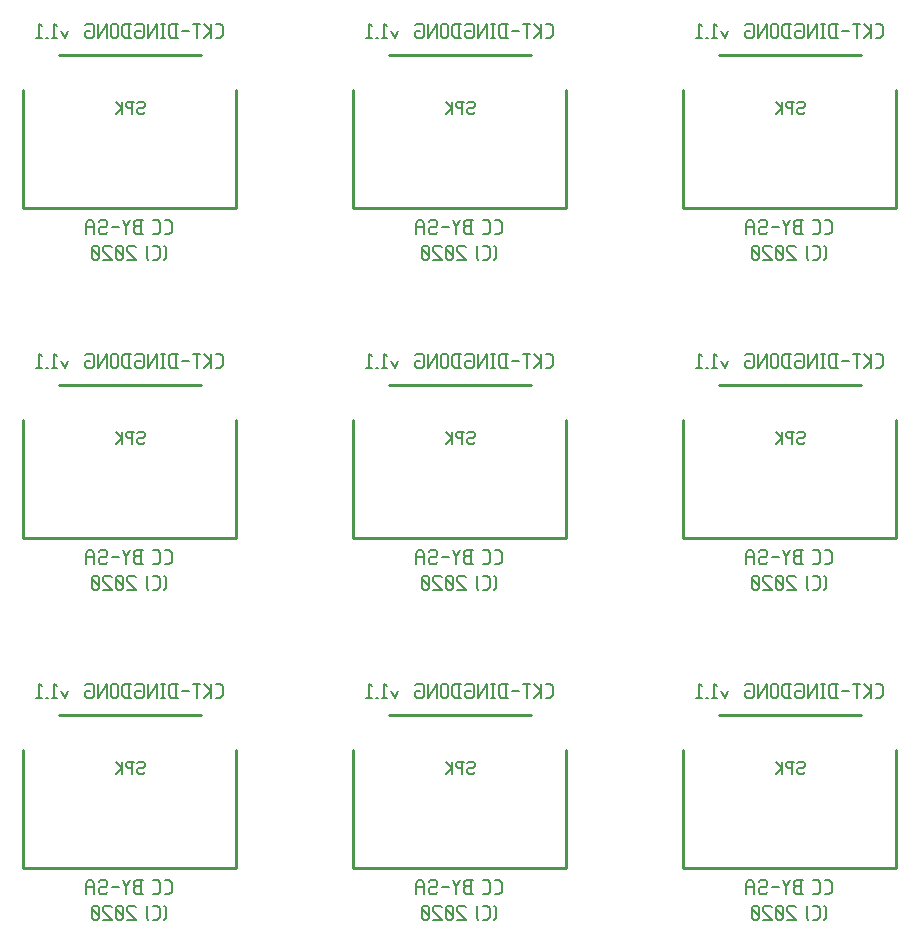
<source format=gbr>
G04 start of page 10 for group -4078 idx -4078 *
G04 Title: (unknown), bottomsilk *
G04 Creator: pcb 4.0.2 *
G04 CreationDate: Sun May 15 03:11:06 2022 UTC *
G04 For: railfan *
G04 Format: Gerber/RS-274X *
G04 PCB-Dimensions (mil): 4000.00 4000.00 *
G04 PCB-Coordinate-Origin: lower left *
%MOIN*%
%FSLAX25Y25*%
%LNBOTTOMSILK*%
%ADD41C,0.0100*%
%ADD40C,0.0060*%
G54D40*X101617Y175807D02*X103138D01*
X103957Y176626D02*X103138Y175807D01*
X103957Y176626D02*Y179668D01*
X103138Y180487D01*
X101617D02*X103138D01*
X97873Y175807D02*X99394D01*
X100213Y176626D02*X99394Y175807D01*
X100213Y176626D02*Y179668D01*
X99394Y180487D01*
X97873D02*X99394D01*
X92023Y175807D02*X94363D01*
X92023D02*X91438Y176392D01*
Y177796D01*
X92023Y178381D02*X91438Y177796D01*
X92023Y178381D02*X93778D01*
Y175807D02*Y180487D01*
X92023D02*X94363D01*
X92023D02*X91438Y179902D01*
Y178966D02*Y179902D01*
X92023Y178381D02*X91438Y178966D01*
X90034Y180487D02*X88864Y178147D01*
X87694Y180487D01*
X88864Y175807D02*Y178147D01*
X83950D02*X86290D01*
X80206Y180487D02*X79621Y179902D01*
X80206Y180487D02*X81961D01*
X82546Y179902D02*X81961Y180487D01*
X82546Y178732D02*Y179902D01*
Y178732D02*X81961Y178147D01*
X80206D02*X81961D01*
X80206D02*X79621Y177562D01*
Y176392D02*Y177562D01*
X80206Y175807D02*X79621Y176392D01*
X80206Y175807D02*X81961D01*
X82546Y176392D02*X81961Y175807D01*
X78217D02*Y179317D01*
X77398Y180487D01*
X76111D02*X77398D01*
X76111D02*X75292Y179317D01*
Y175807D02*Y179317D01*
Y178147D02*X78217D01*
X211617Y175807D02*X213138D01*
X213957Y176626D02*X213138Y175807D01*
X213957Y176626D02*Y179668D01*
X213138Y180487D01*
X211617D02*X213138D01*
X207873Y175807D02*X209394D01*
X210213Y176626D02*X209394Y175807D01*
X210213Y176626D02*Y179668D01*
X209394Y180487D01*
X207873D02*X209394D01*
X202023Y175807D02*X204363D01*
X202023D02*X201438Y176392D01*
Y177796D01*
X202023Y178381D02*X201438Y177796D01*
X202023Y178381D02*X203778D01*
Y175807D02*Y180487D01*
X202023D02*X204363D01*
X202023D02*X201438Y179902D01*
Y178966D02*Y179902D01*
X202023Y178381D02*X201438Y178966D01*
X200034Y180487D02*X198864Y178147D01*
X197694Y180487D01*
X198864Y175807D02*Y178147D01*
X193950D02*X196290D01*
X190206Y180487D02*X189621Y179902D01*
X190206Y180487D02*X191961D01*
X192546Y179902D02*X191961Y180487D01*
X192546Y178732D02*Y179902D01*
Y178732D02*X191961Y178147D01*
X190206D02*X191961D01*
X190206D02*X189621Y177562D01*
Y176392D02*Y177562D01*
X190206Y175807D02*X189621Y176392D01*
X190206Y175807D02*X191961D01*
X192546Y176392D02*X191961Y175807D01*
X188217D02*Y179317D01*
X187398Y180487D01*
X186111D02*X187398D01*
X186111D02*X185292Y179317D01*
Y175807D02*Y179317D01*
Y178147D02*X188217D01*
X321617Y175807D02*X323138D01*
X323957Y176626D02*X323138Y175807D01*
X323957Y176626D02*Y179668D01*
X323138Y180487D01*
X321617D02*X323138D01*
X317873Y175807D02*X319394D01*
X320213Y176626D02*X319394Y175807D01*
X320213Y176626D02*Y179668D01*
X319394Y180487D01*
X317873D02*X319394D01*
X312023Y175807D02*X314363D01*
X312023D02*X311438Y176392D01*
Y177796D01*
X312023Y178381D02*X311438Y177796D01*
X312023Y178381D02*X313778D01*
Y175807D02*Y180487D01*
X312023D02*X314363D01*
X312023D02*X311438Y179902D01*
Y178966D02*Y179902D01*
X312023Y178381D02*X311438Y178966D01*
X310034Y180487D02*X308864Y178147D01*
X307694Y180487D01*
X308864Y175807D02*Y178147D01*
X303950D02*X306290D01*
X300206Y180487D02*X299621Y179902D01*
X300206Y180487D02*X301961D01*
X302546Y179902D02*X301961Y180487D01*
X302546Y178732D02*Y179902D01*
Y178732D02*X301961Y178147D01*
X300206D02*X301961D01*
X300206D02*X299621Y177562D01*
Y176392D02*Y177562D01*
X300206Y175807D02*X299621Y176392D01*
X300206Y175807D02*X301961D01*
X302546Y176392D02*X301961Y175807D01*
X298217D02*Y179317D01*
X297398Y180487D01*
X296111D02*X297398D01*
X296111D02*X295292Y179317D01*
Y175807D02*Y179317D01*
Y178147D02*X298217D01*
X102000Y167892D02*X101415Y167307D01*
X102000Y171402D02*X101415Y171987D01*
X102000Y167892D02*Y171402D01*
X97671Y167307D02*X99192D01*
X100011Y168126D02*X99192Y167307D01*
X100011Y168126D02*Y171168D01*
X99192Y171987D01*
X97671D02*X99192D01*
X96267D02*X95682Y171402D01*
Y167892D02*Y171402D01*
X96267Y167307D02*X95682Y167892D01*
X92172Y171402D02*X91587Y171987D01*
X89832D02*X91587D01*
X89832D02*X89247Y171402D01*
Y170232D02*Y171402D01*
X92172Y167307D02*X89247Y170232D01*
Y167307D02*X92172D01*
X87843Y167892D02*X87258Y167307D01*
X87843Y167892D02*Y171402D01*
X87258Y171987D01*
X86088D02*X87258D01*
X86088D02*X85503Y171402D01*
Y167892D02*Y171402D01*
X86088Y167307D02*X85503Y167892D01*
X86088Y167307D02*X87258D01*
X87843Y168477D02*X85503Y170817D01*
X84099Y171402D02*X83514Y171987D01*
X81759D02*X83514D01*
X81759D02*X81174Y171402D01*
Y170232D02*Y171402D01*
X84099Y167307D02*X81174Y170232D01*
Y167307D02*X84099D01*
X79770Y167892D02*X79185Y167307D01*
X79770Y167892D02*Y171402D01*
X79185Y171987D01*
X78015D02*X79185D01*
X78015D02*X77430Y171402D01*
Y167892D02*Y171402D01*
X78015Y167307D02*X77430Y167892D01*
X78015Y167307D02*X79185D01*
X79770Y168477D02*X77430Y170817D01*
X212000Y167892D02*X211415Y167307D01*
X212000Y171402D02*X211415Y171987D01*
X212000Y167892D02*Y171402D01*
X207671Y167307D02*X209192D01*
X210011Y168126D02*X209192Y167307D01*
X210011Y168126D02*Y171168D01*
X209192Y171987D01*
X207671D02*X209192D01*
X206267D02*X205682Y171402D01*
Y167892D02*Y171402D01*
X206267Y167307D02*X205682Y167892D01*
X202172Y171402D02*X201587Y171987D01*
X199832D02*X201587D01*
X199832D02*X199247Y171402D01*
Y170232D02*Y171402D01*
X202172Y167307D02*X199247Y170232D01*
Y167307D02*X202172D01*
X197843Y167892D02*X197258Y167307D01*
X197843Y167892D02*Y171402D01*
X197258Y171987D01*
X196088D02*X197258D01*
X196088D02*X195503Y171402D01*
Y167892D02*Y171402D01*
X196088Y167307D02*X195503Y167892D01*
X196088Y167307D02*X197258D01*
X197843Y168477D02*X195503Y170817D01*
X194099Y171402D02*X193514Y171987D01*
X191759D02*X193514D01*
X191759D02*X191174Y171402D01*
Y170232D02*Y171402D01*
X194099Y167307D02*X191174Y170232D01*
Y167307D02*X194099D01*
X189770Y167892D02*X189185Y167307D01*
X189770Y167892D02*Y171402D01*
X189185Y171987D01*
X188015D02*X189185D01*
X188015D02*X187430Y171402D01*
Y167892D02*Y171402D01*
X188015Y167307D02*X187430Y167892D01*
X188015Y167307D02*X189185D01*
X189770Y168477D02*X187430Y170817D01*
X228660Y131307D02*X230181D01*
X231000Y132126D02*X230181Y131307D01*
X231000Y132126D02*Y135168D01*
X230181Y135987D01*
X228660D02*X230181D01*
X227256Y131307D02*Y135987D01*
Y133647D02*X224916Y135987D01*
X227256Y133647D02*X224916Y131307D01*
X221172Y135987D02*X223512D01*
X222342Y131307D02*Y135987D01*
X217428Y133647D02*X219768D01*
X215439Y131307D02*Y135987D01*
X213918D02*X213099Y135168D01*
Y132126D02*Y135168D01*
X213918Y131307D02*X213099Y132126D01*
X213918Y131307D02*X216024D01*
X213918Y135987D02*X216024D01*
X210525D02*X211695D01*
X211110Y131307D02*Y135987D01*
X210525Y131307D02*X211695D01*
X209121D02*Y135987D01*
X206196Y131307D01*
Y135987D01*
X202452D02*X201867Y135402D01*
X202452Y135987D02*X204207D01*
X204792Y135402D02*X204207Y135987D01*
X204792Y131892D02*Y135402D01*
Y131892D02*X204207Y131307D01*
X202452D02*X204207D01*
X202452D02*X201867Y131892D01*
Y133062D01*
X202452Y133647D02*X201867Y133062D01*
X202452Y133647D02*X203622D01*
X199878Y131307D02*Y135987D01*
X198357D02*X197538Y135168D01*
Y132126D02*Y135168D01*
X198357Y131307D02*X197538Y132126D01*
X198357Y131307D02*X200463D01*
X198357Y135987D02*X200463D01*
X196134Y131892D02*Y135402D01*
X195549Y135987D01*
X194379D02*X195549D01*
X194379D02*X193794Y135402D01*
Y131892D02*Y135402D01*
X194379Y131307D02*X193794Y131892D01*
X194379Y131307D02*X195549D01*
X196134Y131892D02*X195549Y131307D01*
X192390D02*Y135987D01*
X189465Y131307D01*
Y135987D01*
X185721D02*X185136Y135402D01*
X185721Y135987D02*X187476D01*
X188061Y135402D02*X187476Y135987D01*
X188061Y131892D02*Y135402D01*
Y131892D02*X187476Y131307D01*
X185721D02*X187476D01*
X185721D02*X185136Y131892D01*
Y133062D01*
X185721Y133647D02*X185136Y133062D01*
X185721Y133647D02*X186891D01*
X179520D02*X178350Y131307D01*
X177180Y133647D02*X178350Y131307D01*
X175776Y135051D02*X174840Y135987D01*
Y131307D02*Y135987D01*
X174021Y131307D02*X175776D01*
X172032D02*X172617D01*
X170628Y135051D02*X169692Y135987D01*
Y131307D02*Y135987D01*
X168873Y131307D02*X170628D01*
X211617Y65807D02*X213138D01*
X213957Y66626D02*X213138Y65807D01*
X213957Y66626D02*Y69668D01*
X213138Y70487D01*
X211617D02*X213138D01*
X207873Y65807D02*X209394D01*
X210213Y66626D02*X209394Y65807D01*
X210213Y66626D02*Y69668D01*
X209394Y70487D01*
X207873D02*X209394D01*
X202023Y65807D02*X204363D01*
X202023D02*X201438Y66392D01*
Y67796D01*
X202023Y68381D02*X201438Y67796D01*
X202023Y68381D02*X203778D01*
Y65807D02*Y70487D01*
X202023D02*X204363D01*
X202023D02*X201438Y69902D01*
Y68966D02*Y69902D01*
X202023Y68381D02*X201438Y68966D01*
X200034Y70487D02*X198864Y68147D01*
X197694Y70487D01*
X198864Y65807D02*Y68147D01*
X193950D02*X196290D01*
X190206Y70487D02*X189621Y69902D01*
X190206Y70487D02*X191961D01*
X192546Y69902D02*X191961Y70487D01*
X192546Y68732D02*Y69902D01*
Y68732D02*X191961Y68147D01*
X190206D02*X191961D01*
X190206D02*X189621Y67562D01*
Y66392D02*Y67562D01*
X190206Y65807D02*X189621Y66392D01*
X190206Y65807D02*X191961D01*
X192546Y66392D02*X191961Y65807D01*
X188217D02*Y69317D01*
X187398Y70487D01*
X186111D02*X187398D01*
X186111D02*X185292Y69317D01*
Y65807D02*Y69317D01*
Y68147D02*X188217D01*
X322000Y167892D02*X321415Y167307D01*
X322000Y171402D02*X321415Y171987D01*
X322000Y167892D02*Y171402D01*
X317671Y167307D02*X319192D01*
X320011Y168126D02*X319192Y167307D01*
X320011Y168126D02*Y171168D01*
X319192Y171987D01*
X317671D02*X319192D01*
X316267D02*X315682Y171402D01*
Y167892D02*Y171402D01*
X316267Y167307D02*X315682Y167892D01*
X312172Y171402D02*X311587Y171987D01*
X309832D02*X311587D01*
X309832D02*X309247Y171402D01*
Y170232D02*Y171402D01*
X312172Y167307D02*X309247Y170232D01*
Y167307D02*X312172D01*
X307843Y167892D02*X307258Y167307D01*
X307843Y167892D02*Y171402D01*
X307258Y171987D01*
X306088D02*X307258D01*
X306088D02*X305503Y171402D01*
Y167892D02*Y171402D01*
X306088Y167307D02*X305503Y167892D01*
X306088Y167307D02*X307258D01*
X307843Y168477D02*X305503Y170817D01*
X304099Y171402D02*X303514Y171987D01*
X301759D02*X303514D01*
X301759D02*X301174Y171402D01*
Y170232D02*Y171402D01*
X304099Y167307D02*X301174Y170232D01*
Y167307D02*X304099D01*
X299770Y167892D02*X299185Y167307D01*
X299770Y167892D02*Y171402D01*
X299185Y171987D01*
X298015D02*X299185D01*
X298015D02*X297430Y171402D01*
Y167892D02*Y171402D01*
X298015Y167307D02*X297430Y167892D01*
X298015Y167307D02*X299185D01*
X299770Y168477D02*X297430Y170817D01*
X338660Y131307D02*X340181D01*
X341000Y132126D02*X340181Y131307D01*
X341000Y132126D02*Y135168D01*
X340181Y135987D01*
X338660D02*X340181D01*
X337256Y131307D02*Y135987D01*
Y133647D02*X334916Y135987D01*
X337256Y133647D02*X334916Y131307D01*
X331172Y135987D02*X333512D01*
X332342Y131307D02*Y135987D01*
X327428Y133647D02*X329768D01*
X325439Y131307D02*Y135987D01*
X323918D02*X323099Y135168D01*
Y132126D02*Y135168D01*
X323918Y131307D02*X323099Y132126D01*
X323918Y131307D02*X326024D01*
X323918Y135987D02*X326024D01*
X320525D02*X321695D01*
X321110Y131307D02*Y135987D01*
X320525Y131307D02*X321695D01*
X319121D02*Y135987D01*
X316196Y131307D01*
Y135987D01*
X312452D02*X311867Y135402D01*
X312452Y135987D02*X314207D01*
X314792Y135402D02*X314207Y135987D01*
X314792Y131892D02*Y135402D01*
Y131892D02*X314207Y131307D01*
X312452D02*X314207D01*
X312452D02*X311867Y131892D01*
Y133062D01*
X312452Y133647D02*X311867Y133062D01*
X312452Y133647D02*X313622D01*
X309878Y131307D02*Y135987D01*
X308357D02*X307538Y135168D01*
Y132126D02*Y135168D01*
X308357Y131307D02*X307538Y132126D01*
X308357Y131307D02*X310463D01*
X308357Y135987D02*X310463D01*
X306134Y131892D02*Y135402D01*
X305549Y135987D01*
X304379D02*X305549D01*
X304379D02*X303794Y135402D01*
Y131892D02*Y135402D01*
X304379Y131307D02*X303794Y131892D01*
X304379Y131307D02*X305549D01*
X306134Y131892D02*X305549Y131307D01*
X302390D02*Y135987D01*
X299465Y131307D01*
Y135987D01*
X295721D02*X295136Y135402D01*
X295721Y135987D02*X297476D01*
X298061Y135402D02*X297476Y135987D01*
X298061Y131892D02*Y135402D01*
Y131892D02*X297476Y131307D01*
X295721D02*X297476D01*
X295721D02*X295136Y131892D01*
Y133062D01*
X295721Y133647D02*X295136Y133062D01*
X295721Y133647D02*X296891D01*
X289520D02*X288350Y131307D01*
X287180Y133647D02*X288350Y131307D01*
X285776Y135051D02*X284840Y135987D01*
Y131307D02*Y135987D01*
X284021Y131307D02*X285776D01*
X282032D02*X282617D01*
X280628Y135051D02*X279692Y135987D01*
Y131307D02*Y135987D01*
X278873Y131307D02*X280628D01*
X321617Y65807D02*X323138D01*
X323957Y66626D02*X323138Y65807D01*
X323957Y66626D02*Y69668D01*
X323138Y70487D01*
X321617D02*X323138D01*
X317873Y65807D02*X319394D01*
X320213Y66626D02*X319394Y65807D01*
X320213Y66626D02*Y69668D01*
X319394Y70487D01*
X317873D02*X319394D01*
X312023Y65807D02*X314363D01*
X312023D02*X311438Y66392D01*
Y67796D01*
X312023Y68381D02*X311438Y67796D01*
X312023Y68381D02*X313778D01*
Y65807D02*Y70487D01*
X312023D02*X314363D01*
X312023D02*X311438Y69902D01*
Y68966D02*Y69902D01*
X312023Y68381D02*X311438Y68966D01*
X310034Y70487D02*X308864Y68147D01*
X307694Y70487D01*
X308864Y65807D02*Y68147D01*
X303950D02*X306290D01*
X300206Y70487D02*X299621Y69902D01*
X300206Y70487D02*X301961D01*
X302546Y69902D02*X301961Y70487D01*
X302546Y68732D02*Y69902D01*
Y68732D02*X301961Y68147D01*
X300206D02*X301961D01*
X300206D02*X299621Y67562D01*
Y66392D02*Y67562D01*
X300206Y65807D02*X299621Y66392D01*
X300206Y65807D02*X301961D01*
X302546Y66392D02*X301961Y65807D01*
X298217D02*Y69317D01*
X297398Y70487D01*
X296111D02*X297398D01*
X296111D02*X295292Y69317D01*
Y65807D02*Y69317D01*
Y68147D02*X298217D01*
X322000Y57892D02*X321415Y57307D01*
X322000Y61402D02*X321415Y61987D01*
X322000Y57892D02*Y61402D01*
X317671Y57307D02*X319192D01*
X320011Y58126D02*X319192Y57307D01*
X320011Y58126D02*Y61168D01*
X319192Y61987D01*
X317671D02*X319192D01*
X316267D02*X315682Y61402D01*
Y57892D02*Y61402D01*
X316267Y57307D02*X315682Y57892D01*
X312172Y61402D02*X311587Y61987D01*
X309832D02*X311587D01*
X309832D02*X309247Y61402D01*
Y60232D02*Y61402D01*
X312172Y57307D02*X309247Y60232D01*
Y57307D02*X312172D01*
X307843Y57892D02*X307258Y57307D01*
X307843Y57892D02*Y61402D01*
X307258Y61987D01*
X306088D02*X307258D01*
X306088D02*X305503Y61402D01*
Y57892D02*Y61402D01*
X306088Y57307D02*X305503Y57892D01*
X306088Y57307D02*X307258D01*
X307843Y58477D02*X305503Y60817D01*
X304099Y61402D02*X303514Y61987D01*
X301759D02*X303514D01*
X301759D02*X301174Y61402D01*
Y60232D02*Y61402D01*
X304099Y57307D02*X301174Y60232D01*
Y57307D02*X304099D01*
X299770Y57892D02*X299185Y57307D01*
X299770Y57892D02*Y61402D01*
X299185Y61987D01*
X298015D02*X299185D01*
X298015D02*X297430Y61402D01*
Y57892D02*Y61402D01*
X298015Y57307D02*X297430Y57892D01*
X298015Y57307D02*X299185D01*
X299770Y58477D02*X297430Y60817D01*
X212000Y57892D02*X211415Y57307D01*
X212000Y61402D02*X211415Y61987D01*
X212000Y57892D02*Y61402D01*
X207671Y57307D02*X209192D01*
X210011Y58126D02*X209192Y57307D01*
X210011Y58126D02*Y61168D01*
X209192Y61987D01*
X207671D02*X209192D01*
X206267D02*X205682Y61402D01*
Y57892D02*Y61402D01*
X206267Y57307D02*X205682Y57892D01*
X202172Y61402D02*X201587Y61987D01*
X199832D02*X201587D01*
X199832D02*X199247Y61402D01*
Y60232D02*Y61402D01*
X202172Y57307D02*X199247Y60232D01*
Y57307D02*X202172D01*
X197843Y57892D02*X197258Y57307D01*
X197843Y57892D02*Y61402D01*
X197258Y61987D01*
X196088D02*X197258D01*
X196088D02*X195503Y61402D01*
Y57892D02*Y61402D01*
X196088Y57307D02*X195503Y57892D01*
X196088Y57307D02*X197258D01*
X197843Y58477D02*X195503Y60817D01*
X194099Y61402D02*X193514Y61987D01*
X191759D02*X193514D01*
X191759D02*X191174Y61402D01*
Y60232D02*Y61402D01*
X194099Y57307D02*X191174Y60232D01*
Y57307D02*X194099D01*
X189770Y57892D02*X189185Y57307D01*
X189770Y57892D02*Y61402D01*
X189185Y61987D01*
X188015D02*X189185D01*
X188015D02*X187430Y61402D01*
Y57892D02*Y61402D01*
X188015Y57307D02*X187430Y57892D01*
X188015Y57307D02*X189185D01*
X189770Y58477D02*X187430Y60817D01*
X101617Y65807D02*X103138D01*
X103957Y66626D02*X103138Y65807D01*
X103957Y66626D02*Y69668D01*
X103138Y70487D01*
X101617D02*X103138D01*
X97873Y65807D02*X99394D01*
X100213Y66626D02*X99394Y65807D01*
X100213Y66626D02*Y69668D01*
X99394Y70487D01*
X97873D02*X99394D01*
X92023Y65807D02*X94363D01*
X92023D02*X91438Y66392D01*
Y67796D01*
X92023Y68381D02*X91438Y67796D01*
X92023Y68381D02*X93778D01*
Y65807D02*Y70487D01*
X92023D02*X94363D01*
X92023D02*X91438Y69902D01*
Y68966D02*Y69902D01*
X92023Y68381D02*X91438Y68966D01*
X90034Y70487D02*X88864Y68147D01*
X87694Y70487D01*
X88864Y65807D02*Y68147D01*
X83950D02*X86290D01*
X80206Y70487D02*X79621Y69902D01*
X80206Y70487D02*X81961D01*
X82546Y69902D02*X81961Y70487D01*
X82546Y68732D02*Y69902D01*
Y68732D02*X81961Y68147D01*
X80206D02*X81961D01*
X80206D02*X79621Y67562D01*
Y66392D02*Y67562D01*
X80206Y65807D02*X79621Y66392D01*
X80206Y65807D02*X81961D01*
X82546Y66392D02*X81961Y65807D01*
X78217D02*Y69317D01*
X77398Y70487D01*
X76111D02*X77398D01*
X76111D02*X75292Y69317D01*
Y65807D02*Y69317D01*
Y68147D02*X78217D01*
X102000Y57892D02*X101415Y57307D01*
X102000Y61402D02*X101415Y61987D01*
X102000Y57892D02*Y61402D01*
X97671Y57307D02*X99192D01*
X100011Y58126D02*X99192Y57307D01*
X100011Y58126D02*Y61168D01*
X99192Y61987D01*
X97671D02*X99192D01*
X96267D02*X95682Y61402D01*
Y57892D02*Y61402D01*
X96267Y57307D02*X95682Y57892D01*
X92172Y61402D02*X91587Y61987D01*
X89832D02*X91587D01*
X89832D02*X89247Y61402D01*
Y60232D02*Y61402D01*
X92172Y57307D02*X89247Y60232D01*
Y57307D02*X92172D01*
X87843Y57892D02*X87258Y57307D01*
X87843Y57892D02*Y61402D01*
X87258Y61987D01*
X86088D02*X87258D01*
X86088D02*X85503Y61402D01*
Y57892D02*Y61402D01*
X86088Y57307D02*X85503Y57892D01*
X86088Y57307D02*X87258D01*
X87843Y58477D02*X85503Y60817D01*
X84099Y61402D02*X83514Y61987D01*
X81759D02*X83514D01*
X81759D02*X81174Y61402D01*
Y60232D02*Y61402D01*
X84099Y57307D02*X81174Y60232D01*
Y57307D02*X84099D01*
X79770Y57892D02*X79185Y57307D01*
X79770Y57892D02*Y61402D01*
X79185Y61987D01*
X78015D02*X79185D01*
X78015D02*X77430Y61402D01*
Y57892D02*Y61402D01*
X78015Y57307D02*X77430Y57892D01*
X78015Y57307D02*X79185D01*
X79770Y58477D02*X77430Y60817D01*
X118660Y131307D02*X120181D01*
X121000Y132126D02*X120181Y131307D01*
X121000Y132126D02*Y135168D01*
X120181Y135987D01*
X118660D02*X120181D01*
X117256Y131307D02*Y135987D01*
Y133647D02*X114916Y135987D01*
X117256Y133647D02*X114916Y131307D01*
X111172Y135987D02*X113512D01*
X112342Y131307D02*Y135987D01*
X107428Y133647D02*X109768D01*
X105439Y131307D02*Y135987D01*
X103918D02*X103099Y135168D01*
Y132126D02*Y135168D01*
X103918Y131307D02*X103099Y132126D01*
X103918Y131307D02*X106024D01*
X103918Y135987D02*X106024D01*
X100525D02*X101695D01*
X101110Y131307D02*Y135987D01*
X100525Y131307D02*X101695D01*
X99121D02*Y135987D01*
X96196Y131307D01*
Y135987D01*
X92452D02*X91867Y135402D01*
X92452Y135987D02*X94207D01*
X94792Y135402D02*X94207Y135987D01*
X94792Y131892D02*Y135402D01*
Y131892D02*X94207Y131307D01*
X92452D02*X94207D01*
X92452D02*X91867Y131892D01*
Y133062D01*
X92452Y133647D02*X91867Y133062D01*
X92452Y133647D02*X93622D01*
X89878Y131307D02*Y135987D01*
X88357D02*X87538Y135168D01*
Y132126D02*Y135168D01*
X88357Y131307D02*X87538Y132126D01*
X88357Y131307D02*X90463D01*
X88357Y135987D02*X90463D01*
X86134Y131892D02*Y135402D01*
X85549Y135987D01*
X84379D02*X85549D01*
X84379D02*X83794Y135402D01*
Y131892D02*Y135402D01*
X84379Y131307D02*X83794Y131892D01*
X84379Y131307D02*X85549D01*
X86134Y131892D02*X85549Y131307D01*
X82390D02*Y135987D01*
X79465Y131307D01*
Y135987D01*
X75721D02*X75136Y135402D01*
X75721Y135987D02*X77476D01*
X78061Y135402D02*X77476Y135987D01*
X78061Y131892D02*Y135402D01*
Y131892D02*X77476Y131307D01*
X75721D02*X77476D01*
X75721D02*X75136Y131892D01*
Y133062D01*
X75721Y133647D02*X75136Y133062D01*
X75721Y133647D02*X76891D01*
X69520D02*X68350Y131307D01*
X67180Y133647D02*X68350Y131307D01*
X65776Y135051D02*X64840Y135987D01*
Y131307D02*Y135987D01*
X64021Y131307D02*X65776D01*
X62032D02*X62617D01*
X60628Y135051D02*X59692Y135987D01*
Y131307D02*Y135987D01*
X58873Y131307D02*X60628D01*
X228660Y351307D02*X230181D01*
X231000Y352126D02*X230181Y351307D01*
X231000Y352126D02*Y355168D01*
X230181Y355987D01*
X228660D02*X230181D01*
X227256Y351307D02*Y355987D01*
Y353647D02*X224916Y355987D01*
X227256Y353647D02*X224916Y351307D01*
X221172Y355987D02*X223512D01*
X222342Y351307D02*Y355987D01*
X217428Y353647D02*X219768D01*
X215439Y351307D02*Y355987D01*
X213918D02*X213099Y355168D01*
Y352126D02*Y355168D01*
X213918Y351307D02*X213099Y352126D01*
X213918Y351307D02*X216024D01*
X213918Y355987D02*X216024D01*
X210525D02*X211695D01*
X211110Y351307D02*Y355987D01*
X210525Y351307D02*X211695D01*
X209121D02*Y355987D01*
X206196Y351307D01*
Y355987D01*
X202452D02*X201867Y355402D01*
X202452Y355987D02*X204207D01*
X204792Y355402D02*X204207Y355987D01*
X204792Y351892D02*Y355402D01*
Y351892D02*X204207Y351307D01*
X202452D02*X204207D01*
X202452D02*X201867Y351892D01*
Y353062D01*
X202452Y353647D02*X201867Y353062D01*
X202452Y353647D02*X203622D01*
X199878Y351307D02*Y355987D01*
X198357D02*X197538Y355168D01*
Y352126D02*Y355168D01*
X198357Y351307D02*X197538Y352126D01*
X198357Y351307D02*X200463D01*
X198357Y355987D02*X200463D01*
X196134Y351892D02*Y355402D01*
X195549Y355987D01*
X194379D02*X195549D01*
X194379D02*X193794Y355402D01*
Y351892D02*Y355402D01*
X194379Y351307D02*X193794Y351892D01*
X194379Y351307D02*X195549D01*
X196134Y351892D02*X195549Y351307D01*
X192390D02*Y355987D01*
X189465Y351307D01*
Y355987D01*
X185721D02*X185136Y355402D01*
X185721Y355987D02*X187476D01*
X188061Y355402D02*X187476Y355987D01*
X188061Y351892D02*Y355402D01*
Y351892D02*X187476Y351307D01*
X185721D02*X187476D01*
X185721D02*X185136Y351892D01*
Y353062D01*
X185721Y353647D02*X185136Y353062D01*
X185721Y353647D02*X186891D01*
X179520D02*X178350Y351307D01*
X177180Y353647D02*X178350Y351307D01*
X175776Y355051D02*X174840Y355987D01*
Y351307D02*Y355987D01*
X174021Y351307D02*X175776D01*
X172032D02*X172617D01*
X170628Y355051D02*X169692Y355987D01*
Y351307D02*Y355987D01*
X168873Y351307D02*X170628D01*
X211617Y285807D02*X213138D01*
X213957Y286626D02*X213138Y285807D01*
X213957Y286626D02*Y289668D01*
X213138Y290487D01*
X211617D02*X213138D01*
X207873Y285807D02*X209394D01*
X210213Y286626D02*X209394Y285807D01*
X210213Y286626D02*Y289668D01*
X209394Y290487D01*
X207873D02*X209394D01*
X202023Y285807D02*X204363D01*
X202023D02*X201438Y286392D01*
Y287796D01*
X202023Y288381D02*X201438Y287796D01*
X202023Y288381D02*X203778D01*
Y285807D02*Y290487D01*
X202023D02*X204363D01*
X202023D02*X201438Y289902D01*
Y288966D02*Y289902D01*
X202023Y288381D02*X201438Y288966D01*
X200034Y290487D02*X198864Y288147D01*
X197694Y290487D01*
X198864Y285807D02*Y288147D01*
X193950D02*X196290D01*
X190206Y290487D02*X189621Y289902D01*
X190206Y290487D02*X191961D01*
X192546Y289902D02*X191961Y290487D01*
X192546Y288732D02*Y289902D01*
Y288732D02*X191961Y288147D01*
X190206D02*X191961D01*
X190206D02*X189621Y287562D01*
Y286392D02*Y287562D01*
X190206Y285807D02*X189621Y286392D01*
X190206Y285807D02*X191961D01*
X192546Y286392D02*X191961Y285807D01*
X188217D02*Y289317D01*
X187398Y290487D01*
X186111D02*X187398D01*
X186111D02*X185292Y289317D01*
Y285807D02*Y289317D01*
Y288147D02*X188217D01*
X212000Y277892D02*X211415Y277307D01*
X212000Y281402D02*X211415Y281987D01*
X212000Y277892D02*Y281402D01*
X207671Y277307D02*X209192D01*
X210011Y278126D02*X209192Y277307D01*
X210011Y278126D02*Y281168D01*
X209192Y281987D01*
X207671D02*X209192D01*
X206267D02*X205682Y281402D01*
Y277892D02*Y281402D01*
X206267Y277307D02*X205682Y277892D01*
X202172Y281402D02*X201587Y281987D01*
X199832D02*X201587D01*
X199832D02*X199247Y281402D01*
Y280232D02*Y281402D01*
X202172Y277307D02*X199247Y280232D01*
Y277307D02*X202172D01*
X197843Y277892D02*X197258Y277307D01*
X197843Y277892D02*Y281402D01*
X197258Y281987D01*
X196088D02*X197258D01*
X196088D02*X195503Y281402D01*
Y277892D02*Y281402D01*
X196088Y277307D02*X195503Y277892D01*
X196088Y277307D02*X197258D01*
X197843Y278477D02*X195503Y280817D01*
X194099Y281402D02*X193514Y281987D01*
X191759D02*X193514D01*
X191759D02*X191174Y281402D01*
Y280232D02*Y281402D01*
X194099Y277307D02*X191174Y280232D01*
Y277307D02*X194099D01*
X189770Y277892D02*X189185Y277307D01*
X189770Y277892D02*Y281402D01*
X189185Y281987D01*
X188015D02*X189185D01*
X188015D02*X187430Y281402D01*
Y277892D02*Y281402D01*
X188015Y277307D02*X187430Y277892D01*
X188015Y277307D02*X189185D01*
X189770Y278477D02*X187430Y280817D01*
X338660Y351307D02*X340181D01*
X341000Y352126D02*X340181Y351307D01*
X341000Y352126D02*Y355168D01*
X340181Y355987D01*
X338660D02*X340181D01*
X337256Y351307D02*Y355987D01*
Y353647D02*X334916Y355987D01*
X337256Y353647D02*X334916Y351307D01*
X331172Y355987D02*X333512D01*
X332342Y351307D02*Y355987D01*
X327428Y353647D02*X329768D01*
X325439Y351307D02*Y355987D01*
X323918D02*X323099Y355168D01*
Y352126D02*Y355168D01*
X323918Y351307D02*X323099Y352126D01*
X323918Y351307D02*X326024D01*
X323918Y355987D02*X326024D01*
X320525D02*X321695D01*
X321110Y351307D02*Y355987D01*
X320525Y351307D02*X321695D01*
X319121D02*Y355987D01*
X316196Y351307D01*
Y355987D01*
X312452D02*X311867Y355402D01*
X312452Y355987D02*X314207D01*
X314792Y355402D02*X314207Y355987D01*
X314792Y351892D02*Y355402D01*
Y351892D02*X314207Y351307D01*
X312452D02*X314207D01*
X312452D02*X311867Y351892D01*
Y353062D01*
X312452Y353647D02*X311867Y353062D01*
X312452Y353647D02*X313622D01*
X309878Y351307D02*Y355987D01*
X308357D02*X307538Y355168D01*
Y352126D02*Y355168D01*
X308357Y351307D02*X307538Y352126D01*
X308357Y351307D02*X310463D01*
X308357Y355987D02*X310463D01*
X306134Y351892D02*Y355402D01*
X305549Y355987D01*
X304379D02*X305549D01*
X304379D02*X303794Y355402D01*
Y351892D02*Y355402D01*
X304379Y351307D02*X303794Y351892D01*
X304379Y351307D02*X305549D01*
X306134Y351892D02*X305549Y351307D01*
X302390D02*Y355987D01*
X299465Y351307D01*
Y355987D01*
X295721D02*X295136Y355402D01*
X295721Y355987D02*X297476D01*
X298061Y355402D02*X297476Y355987D01*
X298061Y351892D02*Y355402D01*
Y351892D02*X297476Y351307D01*
X295721D02*X297476D01*
X295721D02*X295136Y351892D01*
Y353062D01*
X295721Y353647D02*X295136Y353062D01*
X295721Y353647D02*X296891D01*
X289520D02*X288350Y351307D01*
X287180Y353647D02*X288350Y351307D01*
X285776Y355051D02*X284840Y355987D01*
Y351307D02*Y355987D01*
X284021Y351307D02*X285776D01*
X282032D02*X282617D01*
X280628Y355051D02*X279692Y355987D01*
Y351307D02*Y355987D01*
X278873Y351307D02*X280628D01*
X321617Y285807D02*X323138D01*
X323957Y286626D02*X323138Y285807D01*
X323957Y286626D02*Y289668D01*
X323138Y290487D01*
X321617D02*X323138D01*
X317873Y285807D02*X319394D01*
X320213Y286626D02*X319394Y285807D01*
X320213Y286626D02*Y289668D01*
X319394Y290487D01*
X317873D02*X319394D01*
X312023Y285807D02*X314363D01*
X312023D02*X311438Y286392D01*
Y287796D01*
X312023Y288381D02*X311438Y287796D01*
X312023Y288381D02*X313778D01*
Y285807D02*Y290487D01*
X312023D02*X314363D01*
X312023D02*X311438Y289902D01*
Y288966D02*Y289902D01*
X312023Y288381D02*X311438Y288966D01*
X310034Y290487D02*X308864Y288147D01*
X307694Y290487D01*
X308864Y285807D02*Y288147D01*
X303950D02*X306290D01*
X300206Y290487D02*X299621Y289902D01*
X300206Y290487D02*X301961D01*
X302546Y289902D02*X301961Y290487D01*
X302546Y288732D02*Y289902D01*
Y288732D02*X301961Y288147D01*
X300206D02*X301961D01*
X300206D02*X299621Y287562D01*
Y286392D02*Y287562D01*
X300206Y285807D02*X299621Y286392D01*
X300206Y285807D02*X301961D01*
X302546Y286392D02*X301961Y285807D01*
X298217D02*Y289317D01*
X297398Y290487D01*
X296111D02*X297398D01*
X296111D02*X295292Y289317D01*
Y285807D02*Y289317D01*
Y288147D02*X298217D01*
X322000Y277892D02*X321415Y277307D01*
X322000Y281402D02*X321415Y281987D01*
X322000Y277892D02*Y281402D01*
X317671Y277307D02*X319192D01*
X320011Y278126D02*X319192Y277307D01*
X320011Y278126D02*Y281168D01*
X319192Y281987D01*
X317671D02*X319192D01*
X316267D02*X315682Y281402D01*
Y277892D02*Y281402D01*
X316267Y277307D02*X315682Y277892D01*
X312172Y281402D02*X311587Y281987D01*
X309832D02*X311587D01*
X309832D02*X309247Y281402D01*
Y280232D02*Y281402D01*
X312172Y277307D02*X309247Y280232D01*
Y277307D02*X312172D01*
X307843Y277892D02*X307258Y277307D01*
X307843Y277892D02*Y281402D01*
X307258Y281987D01*
X306088D02*X307258D01*
X306088D02*X305503Y281402D01*
Y277892D02*Y281402D01*
X306088Y277307D02*X305503Y277892D01*
X306088Y277307D02*X307258D01*
X307843Y278477D02*X305503Y280817D01*
X304099Y281402D02*X303514Y281987D01*
X301759D02*X303514D01*
X301759D02*X301174Y281402D01*
Y280232D02*Y281402D01*
X304099Y277307D02*X301174Y280232D01*
Y277307D02*X304099D01*
X299770Y277892D02*X299185Y277307D01*
X299770Y277892D02*Y281402D01*
X299185Y281987D01*
X298015D02*X299185D01*
X298015D02*X297430Y281402D01*
Y277892D02*Y281402D01*
X298015Y277307D02*X297430Y277892D01*
X298015Y277307D02*X299185D01*
X299770Y278477D02*X297430Y280817D01*
X118660Y351307D02*X120181D01*
X121000Y352126D02*X120181Y351307D01*
X121000Y352126D02*Y355168D01*
X120181Y355987D01*
X118660D02*X120181D01*
X117256Y351307D02*Y355987D01*
Y353647D02*X114916Y355987D01*
X117256Y353647D02*X114916Y351307D01*
X111172Y355987D02*X113512D01*
X112342Y351307D02*Y355987D01*
X107428Y353647D02*X109768D01*
X105439Y351307D02*Y355987D01*
X103918D02*X103099Y355168D01*
Y352126D02*Y355168D01*
X103918Y351307D02*X103099Y352126D01*
X103918Y351307D02*X106024D01*
X103918Y355987D02*X106024D01*
X100525D02*X101695D01*
X101110Y351307D02*Y355987D01*
X100525Y351307D02*X101695D01*
X99121D02*Y355987D01*
X96196Y351307D01*
Y355987D01*
X92452D02*X91867Y355402D01*
X92452Y355987D02*X94207D01*
X94792Y355402D02*X94207Y355987D01*
X94792Y351892D02*Y355402D01*
Y351892D02*X94207Y351307D01*
X92452D02*X94207D01*
X92452D02*X91867Y351892D01*
Y353062D01*
X92452Y353647D02*X91867Y353062D01*
X92452Y353647D02*X93622D01*
X89878Y351307D02*Y355987D01*
X88357D02*X87538Y355168D01*
Y352126D02*Y355168D01*
X88357Y351307D02*X87538Y352126D01*
X88357Y351307D02*X90463D01*
X88357Y355987D02*X90463D01*
X86134Y351892D02*Y355402D01*
X85549Y355987D01*
X84379D02*X85549D01*
X84379D02*X83794Y355402D01*
Y351892D02*Y355402D01*
X84379Y351307D02*X83794Y351892D01*
X84379Y351307D02*X85549D01*
X86134Y351892D02*X85549Y351307D01*
X82390D02*Y355987D01*
X79465Y351307D01*
Y355987D01*
X75721D02*X75136Y355402D01*
X75721Y355987D02*X77476D01*
X78061Y355402D02*X77476Y355987D01*
X78061Y351892D02*Y355402D01*
Y351892D02*X77476Y351307D01*
X75721D02*X77476D01*
X75721D02*X75136Y351892D01*
Y353062D01*
X75721Y353647D02*X75136Y353062D01*
X75721Y353647D02*X76891D01*
X69520D02*X68350Y351307D01*
X67180Y353647D02*X68350Y351307D01*
X65776Y355051D02*X64840Y355987D01*
Y351307D02*Y355987D01*
X64021Y351307D02*X65776D01*
X62032D02*X62617D01*
X60628Y355051D02*X59692Y355987D01*
Y351307D02*Y355987D01*
X58873Y351307D02*X60628D01*
X101617Y285807D02*X103138D01*
X103957Y286626D02*X103138Y285807D01*
X103957Y286626D02*Y289668D01*
X103138Y290487D01*
X101617D02*X103138D01*
X97873Y285807D02*X99394D01*
X100213Y286626D02*X99394Y285807D01*
X100213Y286626D02*Y289668D01*
X99394Y290487D01*
X97873D02*X99394D01*
X92023Y285807D02*X94363D01*
X92023D02*X91438Y286392D01*
Y287796D01*
X92023Y288381D02*X91438Y287796D01*
X92023Y288381D02*X93778D01*
Y285807D02*Y290487D01*
X92023D02*X94363D01*
X92023D02*X91438Y289902D01*
Y288966D02*Y289902D01*
X92023Y288381D02*X91438Y288966D01*
X90034Y290487D02*X88864Y288147D01*
X87694Y290487D01*
X88864Y285807D02*Y288147D01*
X83950D02*X86290D01*
X80206Y290487D02*X79621Y289902D01*
X80206Y290487D02*X81961D01*
X82546Y289902D02*X81961Y290487D01*
X82546Y288732D02*Y289902D01*
Y288732D02*X81961Y288147D01*
X80206D02*X81961D01*
X80206D02*X79621Y287562D01*
Y286392D02*Y287562D01*
X80206Y285807D02*X79621Y286392D01*
X80206Y285807D02*X81961D01*
X82546Y286392D02*X81961Y285807D01*
X78217D02*Y289317D01*
X77398Y290487D01*
X76111D02*X77398D01*
X76111D02*X75292Y289317D01*
Y285807D02*Y289317D01*
Y288147D02*X78217D01*
X102000Y277892D02*X101415Y277307D01*
X102000Y281402D02*X101415Y281987D01*
X102000Y277892D02*Y281402D01*
X97671Y277307D02*X99192D01*
X100011Y278126D02*X99192Y277307D01*
X100011Y278126D02*Y281168D01*
X99192Y281987D01*
X97671D02*X99192D01*
X96267D02*X95682Y281402D01*
Y277892D02*Y281402D01*
X96267Y277307D02*X95682Y277892D01*
X92172Y281402D02*X91587Y281987D01*
X89832D02*X91587D01*
X89832D02*X89247Y281402D01*
Y280232D02*Y281402D01*
X92172Y277307D02*X89247Y280232D01*
Y277307D02*X92172D01*
X87843Y277892D02*X87258Y277307D01*
X87843Y277892D02*Y281402D01*
X87258Y281987D01*
X86088D02*X87258D01*
X86088D02*X85503Y281402D01*
Y277892D02*Y281402D01*
X86088Y277307D02*X85503Y277892D01*
X86088Y277307D02*X87258D01*
X87843Y278477D02*X85503Y280817D01*
X84099Y281402D02*X83514Y281987D01*
X81759D02*X83514D01*
X81759D02*X81174Y281402D01*
Y280232D02*Y281402D01*
X84099Y277307D02*X81174Y280232D01*
Y277307D02*X84099D01*
X79770Y277892D02*X79185Y277307D01*
X79770Y277892D02*Y281402D01*
X79185Y281987D01*
X78015D02*X79185D01*
X78015D02*X77430Y281402D01*
Y277892D02*Y281402D01*
X78015Y277307D02*X77430Y277892D01*
X78015Y277307D02*X79185D01*
X79770Y278477D02*X77430Y280817D01*
X118660Y241307D02*X120181D01*
X121000Y242126D02*X120181Y241307D01*
X121000Y242126D02*Y245168D01*
X120181Y245987D01*
X118660D02*X120181D01*
X117256Y241307D02*Y245987D01*
Y243647D02*X114916Y245987D01*
X117256Y243647D02*X114916Y241307D01*
X111172Y245987D02*X113512D01*
X112342Y241307D02*Y245987D01*
X107428Y243647D02*X109768D01*
X105439Y241307D02*Y245987D01*
X103918D02*X103099Y245168D01*
Y242126D02*Y245168D01*
X103918Y241307D02*X103099Y242126D01*
X103918Y241307D02*X106024D01*
X103918Y245987D02*X106024D01*
X100525D02*X101695D01*
X101110Y241307D02*Y245987D01*
X100525Y241307D02*X101695D01*
X99121D02*Y245987D01*
X96196Y241307D01*
Y245987D01*
X92452D02*X91867Y245402D01*
X92452Y245987D02*X94207D01*
X94792Y245402D02*X94207Y245987D01*
X94792Y241892D02*Y245402D01*
Y241892D02*X94207Y241307D01*
X92452D02*X94207D01*
X92452D02*X91867Y241892D01*
Y243062D01*
X92452Y243647D02*X91867Y243062D01*
X92452Y243647D02*X93622D01*
X89878Y241307D02*Y245987D01*
X88357D02*X87538Y245168D01*
Y242126D02*Y245168D01*
X88357Y241307D02*X87538Y242126D01*
X88357Y241307D02*X90463D01*
X88357Y245987D02*X90463D01*
X86134Y241892D02*Y245402D01*
X85549Y245987D01*
X84379D02*X85549D01*
X84379D02*X83794Y245402D01*
Y241892D02*Y245402D01*
X84379Y241307D02*X83794Y241892D01*
X84379Y241307D02*X85549D01*
X86134Y241892D02*X85549Y241307D01*
X82390D02*Y245987D01*
X79465Y241307D01*
Y245987D01*
X75721D02*X75136Y245402D01*
X75721Y245987D02*X77476D01*
X78061Y245402D02*X77476Y245987D01*
X78061Y241892D02*Y245402D01*
Y241892D02*X77476Y241307D01*
X75721D02*X77476D01*
X75721D02*X75136Y241892D01*
Y243062D01*
X75721Y243647D02*X75136Y243062D01*
X75721Y243647D02*X76891D01*
X69520D02*X68350Y241307D01*
X67180Y243647D02*X68350Y241307D01*
X65776Y245051D02*X64840Y245987D01*
Y241307D02*Y245987D01*
X64021Y241307D02*X65776D01*
X62032D02*X62617D01*
X60628Y245051D02*X59692Y245987D01*
Y241307D02*Y245987D01*
X58873Y241307D02*X60628D01*
X228660D02*X230181D01*
X231000Y242126D02*X230181Y241307D01*
X231000Y242126D02*Y245168D01*
X230181Y245987D01*
X228660D02*X230181D01*
X227256Y241307D02*Y245987D01*
Y243647D02*X224916Y245987D01*
X227256Y243647D02*X224916Y241307D01*
X221172Y245987D02*X223512D01*
X222342Y241307D02*Y245987D01*
X217428Y243647D02*X219768D01*
X215439Y241307D02*Y245987D01*
X213918D02*X213099Y245168D01*
Y242126D02*Y245168D01*
X213918Y241307D02*X213099Y242126D01*
X213918Y241307D02*X216024D01*
X213918Y245987D02*X216024D01*
X210525D02*X211695D01*
X211110Y241307D02*Y245987D01*
X210525Y241307D02*X211695D01*
X209121D02*Y245987D01*
X206196Y241307D01*
Y245987D01*
X202452D02*X201867Y245402D01*
X202452Y245987D02*X204207D01*
X204792Y245402D02*X204207Y245987D01*
X204792Y241892D02*Y245402D01*
Y241892D02*X204207Y241307D01*
X202452D02*X204207D01*
X202452D02*X201867Y241892D01*
Y243062D01*
X202452Y243647D02*X201867Y243062D01*
X202452Y243647D02*X203622D01*
X199878Y241307D02*Y245987D01*
X198357D02*X197538Y245168D01*
Y242126D02*Y245168D01*
X198357Y241307D02*X197538Y242126D01*
X198357Y241307D02*X200463D01*
X198357Y245987D02*X200463D01*
X196134Y241892D02*Y245402D01*
X195549Y245987D01*
X194379D02*X195549D01*
X194379D02*X193794Y245402D01*
Y241892D02*Y245402D01*
X194379Y241307D02*X193794Y241892D01*
X194379Y241307D02*X195549D01*
X196134Y241892D02*X195549Y241307D01*
X192390D02*Y245987D01*
X189465Y241307D01*
Y245987D01*
X185721D02*X185136Y245402D01*
X185721Y245987D02*X187476D01*
X188061Y245402D02*X187476Y245987D01*
X188061Y241892D02*Y245402D01*
Y241892D02*X187476Y241307D01*
X185721D02*X187476D01*
X185721D02*X185136Y241892D01*
Y243062D01*
X185721Y243647D02*X185136Y243062D01*
X185721Y243647D02*X186891D01*
X179520D02*X178350Y241307D01*
X177180Y243647D02*X178350Y241307D01*
X175776Y245051D02*X174840Y245987D01*
Y241307D02*Y245987D01*
X174021Y241307D02*X175776D01*
X172032D02*X172617D01*
X170628Y245051D02*X169692Y245987D01*
Y241307D02*Y245987D01*
X168873Y241307D02*X170628D01*
X338660D02*X340181D01*
X341000Y242126D02*X340181Y241307D01*
X341000Y242126D02*Y245168D01*
X340181Y245987D01*
X338660D02*X340181D01*
X337256Y241307D02*Y245987D01*
Y243647D02*X334916Y245987D01*
X337256Y243647D02*X334916Y241307D01*
X331172Y245987D02*X333512D01*
X332342Y241307D02*Y245987D01*
X327428Y243647D02*X329768D01*
X325439Y241307D02*Y245987D01*
X323918D02*X323099Y245168D01*
Y242126D02*Y245168D01*
X323918Y241307D02*X323099Y242126D01*
X323918Y241307D02*X326024D01*
X323918Y245987D02*X326024D01*
X320525D02*X321695D01*
X321110Y241307D02*Y245987D01*
X320525Y241307D02*X321695D01*
X319121D02*Y245987D01*
X316196Y241307D01*
Y245987D01*
X312452D02*X311867Y245402D01*
X312452Y245987D02*X314207D01*
X314792Y245402D02*X314207Y245987D01*
X314792Y241892D02*Y245402D01*
Y241892D02*X314207Y241307D01*
X312452D02*X314207D01*
X312452D02*X311867Y241892D01*
Y243062D01*
X312452Y243647D02*X311867Y243062D01*
X312452Y243647D02*X313622D01*
X309878Y241307D02*Y245987D01*
X308357D02*X307538Y245168D01*
Y242126D02*Y245168D01*
X308357Y241307D02*X307538Y242126D01*
X308357Y241307D02*X310463D01*
X308357Y245987D02*X310463D01*
X306134Y241892D02*Y245402D01*
X305549Y245987D01*
X304379D02*X305549D01*
X304379D02*X303794Y245402D01*
Y241892D02*Y245402D01*
X304379Y241307D02*X303794Y241892D01*
X304379Y241307D02*X305549D01*
X306134Y241892D02*X305549Y241307D01*
X302390D02*Y245987D01*
X299465Y241307D01*
Y245987D01*
X295721D02*X295136Y245402D01*
X295721Y245987D02*X297476D01*
X298061Y245402D02*X297476Y245987D01*
X298061Y241892D02*Y245402D01*
Y241892D02*X297476Y241307D01*
X295721D02*X297476D01*
X295721D02*X295136Y241892D01*
Y243062D01*
X295721Y243647D02*X295136Y243062D01*
X295721Y243647D02*X296891D01*
X289520D02*X288350Y241307D01*
X287180Y243647D02*X288350Y241307D01*
X285776Y245051D02*X284840Y245987D01*
Y241307D02*Y245987D01*
X284021Y241307D02*X285776D01*
X282032D02*X282617D01*
X280628Y245051D02*X279692Y245987D01*
Y241307D02*Y245987D01*
X278873Y241307D02*X280628D01*
G54D41*X176378Y345591D02*X223622D01*
X164567Y333780D02*Y294409D01*
X235433D01*
Y333780D02*Y294409D01*
X286378Y345591D02*X333622D01*
X274567Y333780D02*Y294409D01*
X345433D01*
Y333780D02*Y294409D01*
X66378Y345591D02*X113622D01*
X54567Y333780D02*Y294409D01*
X125433D01*
Y333780D02*Y294409D01*
X66378Y235591D02*X113622D01*
X54567Y223780D02*Y184409D01*
X125433D01*
Y223780D02*Y184409D01*
X66378Y125591D02*X113622D01*
X54567Y113780D02*Y74409D01*
X125433D01*
Y113780D02*Y74409D01*
X176378Y235591D02*X223622D01*
X164567Y223780D02*Y184409D01*
X235433D01*
Y223780D02*Y184409D01*
X286378Y235591D02*X333622D01*
X274567Y223780D02*Y184409D01*
X345433D01*
Y223780D02*Y184409D01*
X286378Y125591D02*X333622D01*
X274567Y113780D02*Y74409D01*
X345433D01*
Y113780D02*Y74409D01*
X176378Y125591D02*X223622D01*
X164567Y113780D02*Y74409D01*
X235433D01*
Y113780D02*Y74409D01*
G54D40*X93000Y330000D02*X92500Y329500D01*
X93000Y330000D02*X94500D01*
X95000Y329500D02*X94500Y330000D01*
X95000Y328500D02*Y329500D01*
Y328500D02*X94500Y328000D01*
X93000D02*X94500D01*
X93000D02*X92500Y327500D01*
Y326500D02*Y327500D01*
X93000Y326000D02*X92500Y326500D01*
X93000Y326000D02*X94500D01*
X95000Y326500D02*X94500Y326000D01*
X90800D02*Y330000D01*
X89300D02*X91300D01*
X89300D02*X88800Y329500D01*
Y328500D02*Y329500D01*
X89300Y328000D02*X88800Y328500D01*
X89300Y328000D02*X90800D01*
X87600Y326000D02*Y330000D01*
Y328000D02*X85600Y330000D01*
X87600Y328000D02*X85600Y326000D01*
X93000Y220000D02*X92500Y219500D01*
X93000Y220000D02*X94500D01*
X95000Y219500D02*X94500Y220000D01*
X95000Y218500D02*Y219500D01*
Y218500D02*X94500Y218000D01*
X93000D02*X94500D01*
X93000D02*X92500Y217500D01*
Y216500D02*Y217500D01*
X93000Y216000D02*X92500Y216500D01*
X93000Y216000D02*X94500D01*
X95000Y216500D02*X94500Y216000D01*
X90800D02*Y220000D01*
X89300D02*X91300D01*
X89300D02*X88800Y219500D01*
Y218500D02*Y219500D01*
X89300Y218000D02*X88800Y218500D01*
X89300Y218000D02*X90800D01*
X87600Y216000D02*Y220000D01*
Y218000D02*X85600Y220000D01*
X87600Y218000D02*X85600Y216000D01*
X93000Y110000D02*X92500Y109500D01*
X93000Y110000D02*X94500D01*
X95000Y109500D02*X94500Y110000D01*
X95000Y108500D02*Y109500D01*
Y108500D02*X94500Y108000D01*
X93000D02*X94500D01*
X93000D02*X92500Y107500D01*
Y106500D02*Y107500D01*
X93000Y106000D02*X92500Y106500D01*
X93000Y106000D02*X94500D01*
X95000Y106500D02*X94500Y106000D01*
X90800D02*Y110000D01*
X89300D02*X91300D01*
X89300D02*X88800Y109500D01*
Y108500D02*Y109500D01*
X89300Y108000D02*X88800Y108500D01*
X89300Y108000D02*X90800D01*
X87600Y106000D02*Y110000D01*
Y108000D02*X85600Y110000D01*
X87600Y108000D02*X85600Y106000D01*
X203000Y330000D02*X202500Y329500D01*
X203000Y330000D02*X204500D01*
X205000Y329500D02*X204500Y330000D01*
X205000Y328500D02*Y329500D01*
Y328500D02*X204500Y328000D01*
X203000D02*X204500D01*
X203000D02*X202500Y327500D01*
Y326500D02*Y327500D01*
X203000Y326000D02*X202500Y326500D01*
X203000Y326000D02*X204500D01*
X205000Y326500D02*X204500Y326000D01*
X200800D02*Y330000D01*
X199300D02*X201300D01*
X199300D02*X198800Y329500D01*
Y328500D02*Y329500D01*
X199300Y328000D02*X198800Y328500D01*
X199300Y328000D02*X200800D01*
X197600Y326000D02*Y330000D01*
Y328000D02*X195600Y330000D01*
X197600Y328000D02*X195600Y326000D01*
X313000Y330000D02*X312500Y329500D01*
X313000Y330000D02*X314500D01*
X315000Y329500D02*X314500Y330000D01*
X315000Y328500D02*Y329500D01*
Y328500D02*X314500Y328000D01*
X313000D02*X314500D01*
X313000D02*X312500Y327500D01*
Y326500D02*Y327500D01*
X313000Y326000D02*X312500Y326500D01*
X313000Y326000D02*X314500D01*
X315000Y326500D02*X314500Y326000D01*
X310800D02*Y330000D01*
X309300D02*X311300D01*
X309300D02*X308800Y329500D01*
Y328500D02*Y329500D01*
X309300Y328000D02*X308800Y328500D01*
X309300Y328000D02*X310800D01*
X307600Y326000D02*Y330000D01*
Y328000D02*X305600Y330000D01*
X307600Y328000D02*X305600Y326000D01*
X203000Y220000D02*X202500Y219500D01*
X203000Y220000D02*X204500D01*
X205000Y219500D02*X204500Y220000D01*
X205000Y218500D02*Y219500D01*
Y218500D02*X204500Y218000D01*
X203000D02*X204500D01*
X203000D02*X202500Y217500D01*
Y216500D02*Y217500D01*
X203000Y216000D02*X202500Y216500D01*
X203000Y216000D02*X204500D01*
X205000Y216500D02*X204500Y216000D01*
X200800D02*Y220000D01*
X199300D02*X201300D01*
X199300D02*X198800Y219500D01*
Y218500D02*Y219500D01*
X199300Y218000D02*X198800Y218500D01*
X199300Y218000D02*X200800D01*
X197600Y216000D02*Y220000D01*
Y218000D02*X195600Y220000D01*
X197600Y218000D02*X195600Y216000D01*
X313000Y220000D02*X312500Y219500D01*
X313000Y220000D02*X314500D01*
X315000Y219500D02*X314500Y220000D01*
X315000Y218500D02*Y219500D01*
Y218500D02*X314500Y218000D01*
X313000D02*X314500D01*
X313000D02*X312500Y217500D01*
Y216500D02*Y217500D01*
X313000Y216000D02*X312500Y216500D01*
X313000Y216000D02*X314500D01*
X315000Y216500D02*X314500Y216000D01*
X310800D02*Y220000D01*
X309300D02*X311300D01*
X309300D02*X308800Y219500D01*
Y218500D02*Y219500D01*
X309300Y218000D02*X308800Y218500D01*
X309300Y218000D02*X310800D01*
X307600Y216000D02*Y220000D01*
Y218000D02*X305600Y220000D01*
X307600Y218000D02*X305600Y216000D01*
X313000Y110000D02*X312500Y109500D01*
X313000Y110000D02*X314500D01*
X315000Y109500D02*X314500Y110000D01*
X315000Y108500D02*Y109500D01*
Y108500D02*X314500Y108000D01*
X313000D02*X314500D01*
X313000D02*X312500Y107500D01*
Y106500D02*Y107500D01*
X313000Y106000D02*X312500Y106500D01*
X313000Y106000D02*X314500D01*
X315000Y106500D02*X314500Y106000D01*
X310800D02*Y110000D01*
X309300D02*X311300D01*
X309300D02*X308800Y109500D01*
Y108500D02*Y109500D01*
X309300Y108000D02*X308800Y108500D01*
X309300Y108000D02*X310800D01*
X307600Y106000D02*Y110000D01*
Y108000D02*X305600Y110000D01*
X307600Y108000D02*X305600Y106000D01*
X203000Y110000D02*X202500Y109500D01*
X203000Y110000D02*X204500D01*
X205000Y109500D02*X204500Y110000D01*
X205000Y108500D02*Y109500D01*
Y108500D02*X204500Y108000D01*
X203000D02*X204500D01*
X203000D02*X202500Y107500D01*
Y106500D02*Y107500D01*
X203000Y106000D02*X202500Y106500D01*
X203000Y106000D02*X204500D01*
X205000Y106500D02*X204500Y106000D01*
X200800D02*Y110000D01*
X199300D02*X201300D01*
X199300D02*X198800Y109500D01*
Y108500D02*Y109500D01*
X199300Y108000D02*X198800Y108500D01*
X199300Y108000D02*X200800D01*
X197600Y106000D02*Y110000D01*
Y108000D02*X195600Y110000D01*
X197600Y108000D02*X195600Y106000D01*
M02*

</source>
